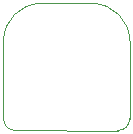
<source format=gbr>
%TF.GenerationSoftware,KiCad,Pcbnew,(5.1.10)-1*%
%TF.CreationDate,2021-08-30T23:33:42-07:00*%
%TF.ProjectId,MGB_USB_C,4d47425f-5553-4425-9f43-2e6b69636164,rev?*%
%TF.SameCoordinates,Original*%
%TF.FileFunction,Profile,NP*%
%FSLAX46Y46*%
G04 Gerber Fmt 4.6, Leading zero omitted, Abs format (unit mm)*
G04 Created by KiCad (PCBNEW (5.1.10)-1) date 2021-08-30 23:33:42*
%MOMM*%
%LPD*%
G01*
G04 APERTURE LIST*
%TA.AperFunction,Profile*%
%ADD10C,0.050000*%
%TD*%
G04 APERTURE END LIST*
D10*
X141329920Y-106422700D02*
G75*
G02*
X140329920Y-105422700I0J1000000D01*
G01*
X151023320Y-105423460D02*
G75*
G02*
X150023320Y-106423460I-1000000J0D01*
G01*
X143520160Y-95664020D02*
X147833080Y-95664020D01*
X140329920Y-98854260D02*
G75*
G02*
X143520160Y-95664020I3190240J0D01*
G01*
X147833080Y-95664020D02*
G75*
G02*
X151023320Y-98854260I0J-3190240D01*
G01*
X140329920Y-105422700D02*
X140329920Y-98854260D01*
X151023320Y-105423460D02*
X151023320Y-98854260D01*
X141329920Y-106422700D02*
X150023320Y-106423460D01*
M02*

</source>
